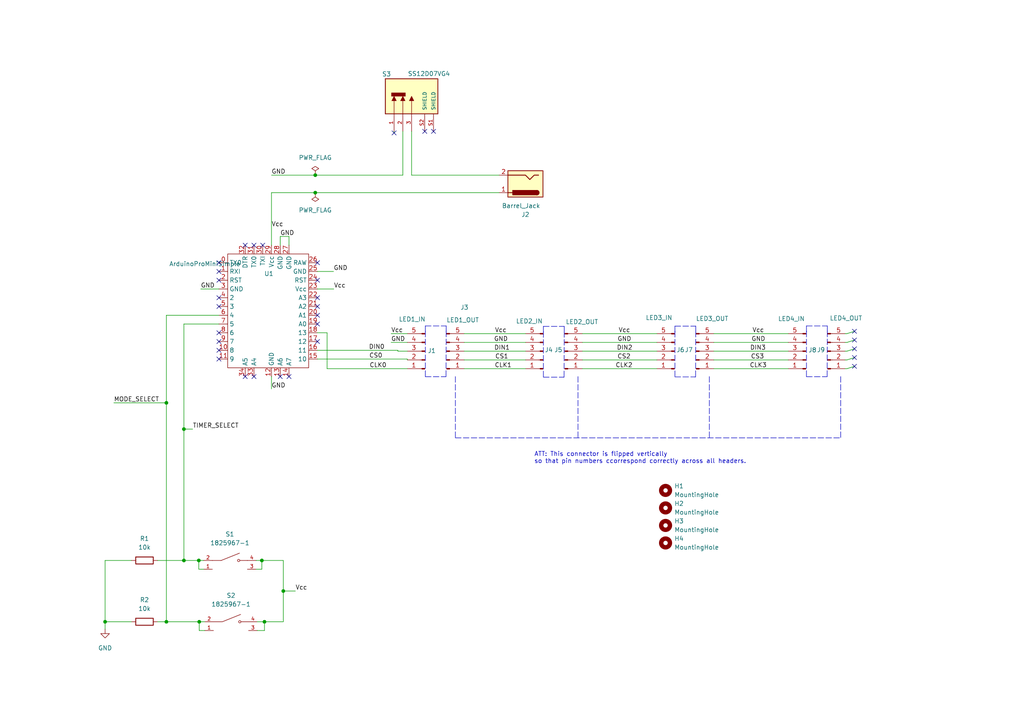
<source format=kicad_sch>
(kicad_sch (version 20211123) (generator eeschema)
  (paper "A4")
  (title_block (title "A 4x8x8 LED Matrix Display Clock") (date "2025-05-16") (rev "${design_version}"))
  (lib_symbols
    (symbol "1825967-1:1825967-1" (pin_names (offset 1.016))
      (property "Reference" "S2" (at 0 7.62 0))
      (property "Value" "1825967-1" (at 0 5.08 0))
      (symbol "1825967-1_0_0"
        (polyline (pts (xy -2.54 0) (xy -5.08 0)) (stroke (width 0.1524)))
        (polyline (pts (xy -2.54 0) (xy 2.794 2.1336)) (stroke (width 0.1524)))
        (polyline (pts (xy 5.08 0) (xy 2.921 0)) (stroke (width 0.1524)))
        (circle (center 2.54 0) (radius 0.3302) (stroke (width 0.1524)))
        (pin passive line (at -7.62 -2.54 0) (length 2.54) (name "~") (number "1"))
        (pin passive line (at -7.62 0 0) (length 2.54) (name "~") (number "2"))
        (pin passive line (at 7.62 -2.54 180) (length 2.54) (name "~") (number "3"))
        (pin passive line (at 7.62 0 180) (length 2.54) (name "~") (number "4"))
      )
    )
    (symbol "1825967-1_1" (pin_names (offset 1.016))
      (property "Reference" "S1" (at -0.635 6.35 0))
      (property "Value" "1825967-1" (at -0.635 3.81 0))
      (symbol "1825967-1_1_0_0"
        (polyline (pts (xy -3.175 -1.27) (xy -5.715 -1.27)) (stroke (width 0.1524)))
        (polyline (pts (xy -3.175 -1.27) (xy 2.159 0.8636)) (stroke (width 0.1524)))
        (polyline (pts (xy 4.445 -1.27) (xy 2.286 -1.27)) (stroke (width 0.1524)))
        (circle (center 1.905 -1.27) (radius 0.3302) (stroke (width 0.1524)))
        (pin passive line (at -8.255 -3.81 0) (length 2.54) (name "~") (number "1"))
        (pin passive line (at -8.255 -1.27 0) (length 2.54) (name "~") (number "2"))
        (pin passive line (at 6.985 -3.81 180) (length 2.54) (name "~") (number "3"))
        (pin passive line (at 6.985 -1.27 180) (length 2.54) (name "~") (number "4"))
      )
    )
    (symbol "Connector:Barrel_Jack" (pin_names (offset 1.016))
      (property "Reference" "J" (at 0 5.334 0))
      (property "Value" "Barrel_Jack" (at 0 -5.08 0))
      (symbol "Barrel_Jack_0_1"
        (rectangle (start -5.08 3.81) (end 5.08 -3.81) (stroke (width 0.254)) (fill (type background)))
        (arc (start -3.302 3.175) (mid -3.937 2.54) (end -3.302 1.905) (stroke (width 0.254)))
        (arc (start -3.302 3.175) (mid -3.937 2.54) (end -3.302 1.905) (stroke (width 0.254)) (fill (type outline)))
        (polyline (pts (xy 5.08 2.54) (xy 3.81 2.54)) (stroke (width 0.254)))
        (polyline (pts (xy -3.81 -2.54) (xy -2.54 -2.54) (xy -1.27 -1.27) (xy 0 -2.54) (xy 2.54 -2.54) (xy 5.08 -2.54)) (stroke (width 0.254)))
        (rectangle (start 3.683 3.175) (end -3.302 1.905) (stroke (width 0.254)) (fill (type outline)))
      )
      (symbol "Barrel_Jack_1_1"
        (pin passive line (at 7.62 2.54 180) (length 2.54) (name "~") (number "1"))
        (pin passive line (at 7.62 -2.54 180) (length 2.54) (name "~") (number "2"))
      )
    )
    (symbol "Connector:Conn_01x05_Male" (pin_names (offset 1.016) hide)
      (property "Reference" "J" (at 0 7.62 0))
      (property "Value" "Conn_01x05_Male" (at 0 -7.62 0))
      (symbol "Conn_01x05_Male_1_1"
        (polyline (pts (xy 1.27 -5.08) (xy 0.8636 -5.08)) (stroke (width 0.1524)))
        (polyline (pts (xy 1.27 -2.54) (xy 0.8636 -2.54)) (stroke (width 0.1524)))
        (polyline (pts (xy 1.27 0) (xy 0.8636 0)) (stroke (width 0.1524)))
        (polyline (pts (xy 1.27 2.54) (xy 0.8636 2.54)) (stroke (width 0.1524)))
        (polyline (pts (xy 1.27 5.08) (xy 0.8636 5.08)) (stroke (width 0.1524)))
        (rectangle (start 0.8636 -4.953) (end 0 -5.207) (stroke (width 0.1524)) (fill (type outline)))
        (rectangle (start 0.8636 -2.413) (end 0 -2.667) (stroke (width 0.1524)) (fill (type outline)))
        (rectangle (start 0.8636 0.127) (end 0 -0.127) (stroke (width 0.1524)) (fill (type outline)))
        (rectangle (start 0.8636 2.667) (end 0 2.413) (stroke (width 0.1524)) (fill (type outline)))
        (rectangle (start 0.8636 5.207) (end 0 4.953) (stroke (width 0.1524)) (fill (type outline)))
        (pin passive line (at 5.08 5.08 180) (length 3.81) (name "Pin_1") (number "1"))
        (pin passive line (at 5.08 2.54 180) (length 3.81) (name "Pin_2") (number "2"))
        (pin passive line (at 5.08 0 180) (length 3.81) (name "Pin_3") (number "3"))
        (pin passive line (at 5.08 -2.54 180) (length 3.81) (name "Pin_4") (number "4"))
        (pin passive line (at 5.08 -5.08 180) (length 3.81) (name "Pin_5") (number "5"))
      )
    )
    (symbol "Device:R" (pin_numbers hide) (pin_names (offset 0))
      (property "Reference" "R" (at 2.032 0 90))
      (property "Value" "R" (at 0 0 90))
      (symbol "R_0_1"
        (rectangle (start -1.016 -2.54) (end 1.016 2.54) (stroke (width 0.254)))
      )
      (symbol "R_1_1"
        (pin passive line (at 0 3.81 270) (length 1.27) (name "~") (number "1"))
        (pin passive line (at 0 -3.81 90) (length 1.27) (name "~") (number "2"))
      )
    )
    (symbol "Mechanical:MountingHole" (pin_names (offset 1.016))
      (property "Reference" "H" (at 0 5.08 0))
      (property "Value" "MountingHole" (at 0 3.175 0))
      (symbol "MountingHole_0_1"
        (circle (center 0 0) (radius 1.27) (stroke (width 1.27)))
      )
    )
    (symbol "New_Library:ArduinoProMiniSimple"
      (property "Reference" "U1" (at 0 -15.875 0))
      (property "Value" "ArduinoProMiniSimple" (at 9.6012 -18.7198 0))
      (symbol "ArduinoProMiniSimple_0_1"
        (rectangle (start -10.16 11.43) (end 13.335 -21.59))
      )
      (symbol "ArduinoProMiniSimple_1_1"
        (pin output line (at 15.875 -19.05 180) (length 2.54) (name "TX0") (number "0"))
        (pin input line (at 15.875 -16.51 180) (length 2.54) (name "RXI") (number "1"))
        (pin bidirectional line (at 15.875 6.35 180) (length 2.54) (name "8") (number "10"))
        (pin bidirectional line (at 15.875 8.89 180) (length 2.54) (name "9") (number "11"))
        (pin power_in line (at 0.635 13.97 270) (length 2.54) (name "GND") (number "12"))
        (pin bidirectional line (at -1.905 13.97 270) (length 2.54) (name "A6") (number "13"))
        (pin bidirectional line (at -4.445 13.97 270) (length 2.54) (name "A7") (number "14"))
        (pin bidirectional line (at -12.7 8.89 0) (length 2.54) (name "10") (number "15"))
        (pin bidirectional line (at -12.7 6.35 0) (length 2.54) (name "11") (number "16"))
        (pin bidirectional line (at -12.7 3.81 0) (length 2.54) (name "12") (number "17"))
        (pin bidirectional line (at -12.7 1.27 0) (length 2.54) (name "13") (number "18"))
        (pin bidirectional line (at -12.7 -1.27 0) (length 2.54) (name "A0") (number "19"))
        (pin passive line (at 15.875 -13.97 180) (length 2.54) (name "RST") (number "2"))
        (pin bidirectional line (at -12.7 -3.81 0) (length 2.54) (name "A1") (number "20"))
        (pin bidirectional line (at -12.7 -6.35 0) (length 2.54) (name "A2") (number "21"))
        (pin bidirectional line (at -12.7 -8.89 0) (length 2.54) (name "A3") (number "22"))
        (pin power_in line (at -12.7 -11.43 0) (length 2.54) (name "Vcc") (number "23"))
        (pin passive line (at -12.7 -13.97 0) (length 2.54) (name "RST") (number "24"))
        (pin power_in line (at -12.7 -16.51 0) (length 2.54) (name "GND") (number "25"))
        (pin input line (at -12.7 -19.05 0) (length 2.54) (name "RAW") (number "26"))
        (pin input line (at -4.445 -24.13 90) (length 2.54) (name "GND") (number "27"))
        (pin power_in line (at -1.905 -24.13 90) (length 2.54) (name "GND") (number "28"))
        (pin power_in line (at 0.635 -24.13 90) (length 2.54) (name "Vcc") (number "29"))
        (pin power_in line (at 15.875 -11.43 180) (length 2.54) (name "GND") (number "3"))
        (pin input line (at 3.175 -24.13 90) (length 2.54) (name "TXI") (number "30"))
        (pin output line (at 5.715 -24.13 90) (length 2.54) (name "TX0") (number "31"))
        (pin passive line (at 8.255 -24.13 90) (length 2.54) (name "DTR") (number "32"))
        (pin bidirectional line (at 5.715 13.97 270) (length 2.54) (name "A4") (number "33"))
        (pin bidirectional line (at 8.255 13.97 270) (length 2.54) (name "A5") (number "34"))
        (pin bidirectional line (at 15.875 -8.89 180) (length 2.54) (name "2") (number "4"))
        (pin bidirectional line (at 15.875 -6.35 180) (length 2.54) (name "3") (number "5"))
        (pin bidirectional line (at 15.875 -3.81 180) (length 2.54) (name "4") (number "6"))
        (pin bidirectional line (at 15.875 -1.27 180) (length 2.54) (name "5") (number "7"))
        (pin bidirectional line (at 15.875 1.27 180) (length 2.54) (name "6") (number "8"))
        (pin bidirectional line (at 15.875 3.81 180) (length 2.54) (name "7") (number "9"))
      )
    )
    (symbol "SS12D07VG4:SS12D07VG4" (pin_names (offset 1.016))
      (property "Reference" "S3" (at 8.89 1.2701 90))
      (property "Value" "SS12D07VG4" (at 8.89 -1.2699 90))
      (symbol "SS12D07VG4_0_0"
        (rectangle (start -5.08 -7.62) (end 5.08 7.62) (stroke (width 0.254)) (fill (type background)))
        (polyline (pts (xy -5.08 0) (xy -1.27 0)) (stroke (width 0.1524)))
        (polyline (pts (xy -5.08 2.54) (xy -1.27 2.54)) (stroke (width 0.1524)))
        (polyline (pts (xy -5.08 5.08) (xy -1.27 5.08)) (stroke (width 0.1524)))
        (polyline (pts (xy -1.27 0.635) (xy -1.27 -0.635) (xy 0 0) (xy -1.27 0.635)) (stroke (width 0.1524)) (fill (type outline)))
        (polyline (pts (xy -1.27 3.175) (xy -1.27 1.905) (xy 0 2.54) (xy -1.27 3.175)) (stroke (width 0.1524)) (fill (type outline)))
        (polyline (pts (xy -1.27 5.715) (xy -1.27 4.445) (xy 0 5.08) (xy -1.27 5.715)) (stroke (width 0.1524)) (fill (type outline)))
        (polyline (pts (xy 0 5.842) (xy 0 1.778) (xy 1.016 1.778) (xy 1.016 5.842) (xy 0 5.842)) (stroke (width 0.0254)) (fill (type outline)))
        (pin passive line (at -10.16 5.08 0) (length 5.08) (name "~") (number "1"))
        (pin passive line (at -10.16 2.54 0) (length 5.08) (name "~") (number "2"))
        (pin passive line (at -10.16 0 0) (length 5.08) (name "~") (number "3"))
        (pin passive line (at -10.16 -6.35 0) (length 5.08) (name "SHIELD") (number "S1"))
        (pin passive line (at -10.16 -3.81 0) (length 5.08) (name "SHIELD") (number "S2"))
      )
    )
    (symbol "power:GND" (power) (pin_names (offset 0))
      (property "Value" "GND" (at 0 -3.81 0))
      (symbol "GND_0_1"
        (polyline (pts (xy 0 0) (xy 0 -1.27) (xy 1.27 -1.27) (xy 0 -2.54) (xy -1.27 -1.27) (xy 0 -1.27)))
      )
      (symbol "GND_1_1"
        (pin power_in line (at 0 0 270) (length 0) hide (name "GND") (number "1"))
      )
    )
    (symbol "power:PWR_FLAG" (power) (pin_numbers hide) (pin_names (offset 0) hide)
      (property "Value" "PWR_FLAG" (at 0 3.81 0))
      (symbol "PWR_FLAG_0_0"
        (pin power_out line (at 0 0 90) (length 0) (name "pwr") (number "1"))
      )
      (symbol "PWR_FLAG_0_1"
        (polyline (pts (xy 0 0) (xy 0 1.27) (xy -1.016 1.905) (xy 0 2.54) (xy 1.016 1.905) (xy 0 1.27)))
      )
    )
  )
  (junction (at 57.658 162.56))
  (junction (at 48.26 116.84))
  (junction (at 82.169 171.4246))
  (junction (at 30.48 180.34))
  (junction (at 53.34 162.56))
  (junction (at 48.26 180.34))
  (junction (at 57.785 180.34))
  (junction (at 76.708 180.34))
  (junction (at 53.34 124.46))
  (junction (at 91.44 55.88))
  (junction (at 75.946 162.56))
  (junction (at 91.44 50.8))
  (no_connect (at 125.73 38.1))
  (no_connect (at 247.8278 101.1682))
  (no_connect (at 92.075 76.2))
  (no_connect (at 92.075 88.9))
  (no_connect (at 92.075 93.98))
  (no_connect (at 92.075 91.44))
  (no_connect (at 247.8278 103.7082))
  (no_connect (at 73.66 71.12))
  (no_connect (at 76.2 71.12))
  (no_connect (at 71.12 71.12))
  (no_connect (at 92.075 81.28))
  (no_connect (at 123.19 38.1))
  (no_connect (at 114.3 38.5572))
  (no_connect (at 247.8278 96.0882))
  (no_connect (at 63.5 76.2))
  (no_connect (at 63.5 78.74))
  (no_connect (at 63.5 81.28))
  (no_connect (at 63.5 86.36))
  (no_connect (at 63.5 88.9))
  (no_connect (at 63.5 96.52))
  (no_connect (at 63.5 99.06))
  (no_connect (at 63.5 101.6))
  (no_connect (at 63.5 104.14))
  (no_connect (at 71.12 109.22))
  (no_connect (at 73.66 109.22))
  (no_connect (at 81.28 109.22))
  (no_connect (at 83.82 109.22))
  (no_connect (at 92.075 99.06))
  (no_connect (at 247.8278 98.6282))
  (no_connect (at 247.8278 106.2482))
  (no_connect (at 92.075 86.36))
  (polyline (pts (xy 157.607 94.6658) (xy 163.6268 94.6658)))
  (wire (pts (xy 76.708 180.34) (xy 82.169 180.34)))
  (wire (pts (xy 48.26 180.34) (xy 48.26 116.84)))
  (polyline (pts (xy 163.576 109.3978) (xy 163.449 109.3978)))
  (wire (pts (xy 59.055 162.56) (xy 57.658 162.56)))
  (wire (pts (xy 33.02 116.84) (xy 48.26 116.84)))
  (wire (pts (xy 96.8248 83.82) (xy 92.075 83.82)))
  (wire (pts (xy 45.72 180.34) (xy 48.26 180.34)))
  (wire (pts (xy 245.6434 99.314) (xy 247.8278 98.6282)))
  (polyline (pts (xy 195.7578 109.3216) (xy 201.7268 109.3216)))
  (wire (pts (xy 75.946 165.1) (xy 75.946 162.56)))
  (wire (pts (xy 116.84 38.1) (xy 116.84 50.8)))
  (wire (pts (xy 207.0354 99.314) (xy 228.6254 99.314)))
  (wire (pts (xy 91.44 50.8) (xy 116.84 50.8)))
  (polyline (pts (xy 132.08 109.22) (xy 132.08 127)))
  (wire (pts (xy 168.9354 104.394) (xy 190.5254 104.394)))
  (wire (pts (xy 74.6252 180.34) (xy 76.708 180.34)))
  (wire (pts (xy 30.48 162.56) (xy 30.48 180.34)))
  (wire (pts (xy 134.6454 106.934) (xy 152.4254 106.934)))
  (wire (pts (xy 75.946 162.56) (xy 82.169 162.56)))
  (wire (pts (xy 59.3852 182.88) (xy 57.785 182.88)))
  (wire (pts (xy 245.1354 96.774) (xy 245.6434 96.774)))
  (wire (pts (xy 207.0354 106.934) (xy 228.6254 106.934)))
  (polyline (pts (xy 195.7578 94.5896) (xy 201.7776 94.5896)))
  (wire (pts (xy 207.0354 104.394) (xy 228.6254 104.394)))
  (polyline (pts (xy 123.3678 109.2708) (xy 129.3368 109.2708)))
  (wire (pts (xy 134.6454 96.774) (xy 152.4254 96.774)))
  (wire (pts (xy 168.9354 106.934) (xy 190.5254 106.934)))
  (wire (pts (xy 30.48 182.499) (xy 30.48 180.34)))
  (wire (pts (xy 38.1 162.56) (xy 30.48 162.56)))
  (wire (pts (xy 48.26 91.44) (xy 63.5 91.44)))
  (wire (pts (xy 144.78 55.88) (xy 91.44 55.88)))
  (wire (pts (xy 113.4364 99.314) (xy 118.1354 99.314)))
  (wire (pts (xy 245.1354 106.934) (xy 245.6434 106.934)))
  (polyline (pts (xy 123.3678 94.5388) (xy 123.3678 96.8502)))
  (wire (pts (xy 245.6434 96.774) (xy 247.8278 96.0882)))
  (wire (pts (xy 115.3922 101.854) (xy 118.1354 101.854)))
  (wire (pts (xy 114.3 38.5572) (xy 114.3 38.1)))
  (polyline (pts (xy 129.413 94.5134) (xy 129.413 96.8248)))
  (polyline (pts (xy 167.64 109.22) (xy 167.64 127)))
  (polyline (pts (xy 123.3678 94.5388) (xy 129.3876 94.5388)))
  (wire (pts (xy 76.708 180.34) (xy 76.708 182.88)))
  (wire (pts (xy 59.055 165.1) (xy 57.658 165.1)))
  (wire (pts (xy 74.6252 182.88) (xy 76.708 182.88)))
  (polyline (pts (xy 195.7578 96.1136) (xy 195.7578 109.3216)))
  (polyline (pts (xy 157.607 94.6658) (xy 157.607 96.9772)))
  (polyline (pts (xy 233.9086 94.5388) (xy 233.9086 96.8502)))
  (wire (pts (xy 81.28 68.58) (xy 81.28 71.12)))
  (wire (pts (xy 115.3922 101.6) (xy 115.3922 101.854)))
  (wire (pts (xy 92.075 104.14) (xy 118.1354 104.14)))
  (wire (pts (xy 57.658 165.1) (xy 57.658 162.56)))
  (wire (pts (xy 78.74 55.88) (xy 78.74 71.12)))
  (wire (pts (xy 94.869 106.934) (xy 118.1354 106.934)))
  (polyline (pts (xy 163.6522 94.6404) (xy 163.6522 96.9518)))
  (wire (pts (xy 85.6742 171.4246) (xy 82.169 171.4246)))
  (wire (pts (xy 91.44 55.88) (xy 78.74 55.88)))
  (wire (pts (xy 119.38 50.8) (xy 119.38 38.1)))
  (wire (pts (xy 134.6454 99.314) (xy 152.4254 99.314)))
  (wire (pts (xy 78.74 50.8) (xy 91.44 50.8)))
  (polyline (pts (xy 201.803 96.0882) (xy 201.7522 109.474)))
  (polyline (pts (xy 129.3368 109.2708) (xy 129.2098 109.2708)))
  (wire (pts (xy 245.1354 101.854) (xy 245.6434 101.854)))
  (wire (pts (xy 168.9354 101.854) (xy 190.5254 101.854)))
  (wire (pts (xy 94.869 96.52) (xy 94.869 106.934)))
  (wire (pts (xy 92.075 101.6) (xy 115.3922 101.6)))
  (wire (pts (xy 83.82 68.58) (xy 83.82 71.12)))
  (wire (pts (xy 92.075 96.52) (xy 94.869 96.52)))
  (wire (pts (xy 207.0354 101.854) (xy 228.6254 101.854)))
  (polyline (pts (xy 233.9086 96.0628) (xy 233.9086 109.2708)))
  (wire (pts (xy 55.88 124.46) (xy 53.34 124.46)))
  (wire (pts (xy 134.6454 104.394) (xy 152.4254 104.394)))
  (wire (pts (xy 134.6454 101.854) (xy 152.4254 101.854)))
  (polyline (pts (xy 201.7268 109.3216) (xy 201.5998 109.3216)))
  (wire (pts (xy 245.6434 106.934) (xy 247.8278 106.2482)))
  (wire (pts (xy 53.34 93.98) (xy 63.5 93.98)))
  (polyline (pts (xy 157.607 109.3978) (xy 163.576 109.3978)))
  (wire (pts (xy 57.785 180.34) (xy 59.3852 180.34)))
  (polyline (pts (xy 195.7578 94.5896) (xy 195.7578 96.901)))
  (polyline (pts (xy 132.08 127) (xy 243.84 127)))
  (wire (pts (xy 82.169 162.56) (xy 82.169 171.4246)))
  (wire (pts (xy 74.295 162.56) (xy 75.946 162.56)))
  (wire (pts (xy 57.785 182.88) (xy 57.785 180.34)))
  (wire (pts (xy 207.0354 96.774) (xy 228.6254 96.774)))
  (wire (pts (xy 245.6434 104.394) (xy 247.8278 103.7082)))
  (polyline (pts (xy 205.74 109.22) (xy 205.74 127)))
  (wire (pts (xy 144.78 50.8) (xy 119.38 50.8)))
  (wire (pts (xy 53.34 124.46) (xy 53.34 162.56)))
  (polyline (pts (xy 129.413 96.0374) (xy 129.3622 109.4232)))
  (wire (pts (xy 92.075 78.74) (xy 96.7486 78.74)))
  (wire (pts (xy 245.1354 104.394) (xy 245.6434 104.394)))
  (wire (pts (xy 53.34 93.98) (xy 53.34 124.46)))
  (wire (pts (xy 113.4364 96.774) (xy 118.1354 96.774)))
  (wire (pts (xy 74.295 165.1) (xy 75.946 165.1)))
  (wire (pts (xy 48.26 180.34) (xy 57.785 180.34)))
  (polyline (pts (xy 123.3678 96.0628) (xy 123.3678 109.2708)))
  (wire (pts (xy 53.34 162.56) (xy 57.658 162.56)))
  (polyline (pts (xy 243.84 109.22) (xy 243.84 127)))
  (polyline (pts (xy 157.607 96.1898) (xy 157.607 109.3978)))
  (wire (pts (xy 45.72 162.56) (xy 53.34 162.56)))
  (polyline (pts (xy 239.8776 109.2708) (xy 239.7506 109.2708)))
  (wire (pts (xy 30.48 180.34) (xy 38.1 180.34)))
  (wire (pts (xy 168.9354 96.774) (xy 190.5254 96.774)))
  (wire (pts (xy 78.74 112.8014) (xy 78.74 109.22)))
  (polyline (pts (xy 233.9086 94.5388) (xy 239.9284 94.5388)))
  (wire (pts (xy 58.2168 83.82) (xy 63.5 83.82)))
  (wire (pts (xy 83.82 68.58) (xy 81.28 68.58)))
  (wire (pts (xy 118.1354 104.14) (xy 118.1354 104.394)))
  (polyline (pts (xy 163.6522 96.1644) (xy 163.6014 109.5502)))
  (wire (pts (xy 245.6434 101.854) (xy 247.8278 101.1682)))
  (polyline (pts (xy 233.9086 109.2708) (xy 239.8776 109.2708)))
  (wire (pts (xy 48.26 116.84) (xy 48.26 91.44)))
  (wire (pts (xy 82.169 171.4246) (xy 82.169 180.34)))
  (polyline (pts (xy 201.803 94.5642) (xy 201.803 96.8756)))
  (polyline (pts (xy 239.9538 94.5134) (xy 239.9538 96.8248)))
  (wire (pts (xy 245.1354 99.314) (xy 245.6434 99.314)))
  (polyline (pts (xy 239.9538 96.0374) (xy 239.903 109.4232)))
  (wire (pts (xy 168.9354 99.314) (xy 190.5254 99.314)))
  (text "ATT: This connector is flipped vertically \nso that pin numbers ccorrespond correctly across all headers." (at 154.94 134.62 0) (effects (font (size 1.27 1.27)) (justify left bottom)))
  (label "MODE_SELECT" (at 33.02 116.84 0))
  (label "CLK3" (at 217.424 106.934 0))
  (label "Vcc" (at 78.74 66.04 0))
  (label "Vcc" (at 85.6742 171.4246 0))
  (label "CS0" (at 107.061 104.14 0))
  (label "GND" (at 143.256 99.314 0))
  (label "Vcc" (at 218.186 96.774 0))
  (label "GND" (at 58.2168 83.82 0))
  (label "DIN0" (at 106.9594 101.6 0))
  (label "CS3" (at 217.7542 104.394 0))
  (label "CLK0" (at 107.1626 106.934 0))
  (label "CS1" (at 143.5862 104.394 0))
  (label "Vcc" (at 143.51 96.774 0))
  (label "GND" (at 81.28 68.58 0))
  (label "CLK2" (at 178.5112 106.934 0))
  (label "GND" (at 179.07 99.314 0))
  (label "DIN2" (at 178.8668 101.854 0))
  (label "GND" (at 78.74 112.8014 0))
  (label "TIMER_SELECT" (at 55.88 124.46 0))
  (label "Vcc" (at 113.4364 96.774 0))
  (label "Vcc" (at 179.3748 96.774 0))
  (label "GND" (at 217.932 99.314 0))
  (label "GND" (at 78.74 50.8 0))
  (label "DIN1" (at 143.3068 101.854 0))
  (label "Vcc" (at 96.8248 83.82 0))
  (label "GND" (at 113.4364 99.314 0))
  (label "GND" (at 96.7486 78.74 0))
  (label "CS2" (at 179.0446 104.394 0))
  (label "CLK1" (at 143.4592 106.934 0))
  (label "DIN3" (at 217.5256 101.854 0))
  (symbol (lib_id "power:PWR_FLAG") (at 91.44 55.88 180) (unit 1)
    (property "Reference" "#FLG02" (effects hide))
    (property "Value" "PWR_FLAG" (at 91.44 60.96 0))
  )
  (symbol (lib_name "1825967-1_1") (lib_id "1825967-1:1825967-1") (at 67.31 161.29 0) (unit 1)
    (property "Reference" "S1" (at 66.675 154.94 0))
    (property "Value" "1825967-1" (at 66.675 157.48 0))
    (property "Footprint" "ArduinoMini:SW_1825967-1" (effects hide))
    (property "Comment" "1825967-1" (effects hide))
    (property "MF" "TE Connectivity" (effects hide))
    (property "MAXIMUM_PACKAGE_HEIGHT" "7.4" (effects hide))
    (property "Package" "None" (effects hide))
    (property "Price" "None" (effects hide))
    (property "Check_prices" "https://www.snapeda.com/parts/1825967-1/TE+Connectivity+%252F+DEUTSCH/view-part/?ref=eda" (effects hide))
    (property "STANDARD" "Manufacturer Recommendations" (effects hide))
    (property "PARTREV" "E" (effects hide))
    (property "SnapEDA_Link" "https://www.snapeda.com/parts/1825967-1/TE+Connectivity+%252F+DEUTSCH/view-part/?ref=snap" (effects hide))
    (property "MP" "1825967-1" (effects hide))
    (property "Description" "\n                        \n                            Switch Tactile OFF (ON) SPST Round Button PC Pins 0.05A 24VDC 1.57N Thru-Hole\n                        \n" (effects hide))
    (property "Availability" "In Stock" (effects hide))
    (property "MANUFACTURER" "TE" (effects hide))
  )
  (symbol (lib_id "Mechanical:MountingHole") (at 193.04 147.32 0) (unit 1)
    (property "Reference" "H2" (at 195.58 146.0499 0) (effects (justify left)))
    (property "Value" "MountingHole" (at 195.58 148.5899 0) (effects (justify left)))
    (property "Footprint" "MountingHole:MountingHole_2.5mm" (effects hide))
  )
  (symbol (lib_id "SS12D07VG4:SS12D07VG4") (at 119.38 27.94 90) (unit 1)
    (property "Reference" "S3" (at 110.7948 21.4884 90) (effects (justify right)))
    (property "Value" "SS12D07VG4" (at 118.2624 21.3868 90) (effects (justify right)))
    (property "Footprint" "ArduinoMini:SW_SS12D07VG4" (effects hide))
    (property "MF" "Shouhan" (effects hide))
    (property "MAXIMUM_PACKAGE_HEIGHT" "8.7mm" (effects hide))
    (property "Package" "Package" (effects hide))
    (property "Price" "None" (effects hide))
    (property "Check_prices" "https://www.snapeda.com/parts/SS12D07VG4/Shouhan/view-part/?ref=eda" (effects hide))
    (property "STANDARD" "Manufacturer Recommendations" (effects hide))
    (property "PARTREV" "1" (effects hide))
    (property "SnapEDA_Link" "https://www.snapeda.com/parts/SS12D07VG4/Shouhan/view-part/?ref=snap" (effects hide))
    (property "MP" "SS12D07VG4" (effects hide))
    (property "Description" "\n                        \n                            Switch Slide ON ON SPDT Top Slide 0.3A 30VDC PC Pins Bracket Mount/Through Hole Automotive Bulk\n                        \n" (effects hide))
    (property "Availability" "Not in stock" (effects hide))
    (property "MANUFACTURER" "Shouhan" (effects hide))
  )
  (symbol (lib_id "Device:R") (at 41.91 180.34 90) (unit 1)
    (property "Reference" "R2" (at 41.91 173.99 90))
    (property "Value" "10k" (at 41.91 176.53 90))
    (property "Footprint" "Resistor_THT:R_Axial_DIN0204_L3.6mm_D1.6mm_P7.62mm_Horizontal" (effects hide))
  )
  (symbol (lib_id "Connector:Conn_01x05_Male") (at 233.7054 101.854 180) (unit 1)
    (property "Reference" "J8" (at 234.4674 101.5238 0) (effects (justify right)))
    (property "Value" "LED4_IN" (at 225.6536 92.456 0) (effects (justify right)))
    (property "Footprint" "Connector_PinHeader_2.54mm:PinHeader_1x05_P2.54mm_Vertical" (effects hide))
  )
  (symbol (lib_id "New_Library:ArduinoProMiniSimple") (at 79.375 95.25 180) (unit 1)
    (property "Reference" "U1" (at 79.375 79.375 0) (effects (justify left)))
    (property "Value" "ArduinoProMiniSimple" (at 69.7738 76.5302 0) (effects (justify left)))
    (property "Footprint" "ArduinoMini:ArduinoProMiniCustom" (effects hide))
  )
  (symbol (lib_id "Connector:Conn_01x05_Male") (at 163.8554 101.854 0) (mirror x) (unit 1)
    (property "Reference" "J5" (at 163.1442 101.473 0) (effects (justify right)))
    (property "Value" "LED2_OUT" (at 173.5328 93.345 0) (effects (justify right)))
    (property "Footprint" "Connector_PinHeader_2.54mm:PinHeader_1x05_P2.54mm_Vertical" (effects hide))
  )
  (symbol (lib_id "Mechanical:MountingHole") (at 193.04 157.48 0) (unit 1)
    (property "Reference" "H4" (at 195.58 156.2099 0) (effects (justify left)))
    (property "Value" "MountingHole" (at 195.58 158.7499 0) (effects (justify left)))
    (property "Footprint" "MountingHole:MountingHole_2.5mm" (effects hide))
  )
  (symbol (lib_id "Connector:Conn_01x05_Male") (at 157.5054 101.854 180) (unit 1)
    (property "Reference" "J4" (at 157.988 101.473 0) (effects (justify right)))
    (property "Value" "LED2_IN" (at 149.6314 93.1418 0) (effects (justify right)))
    (property "Footprint" "Connector_PinHeader_2.54mm:PinHeader_1x05_P2.54mm_Vertical" (effects hide))
  )
  (symbol (lib_id "power:GND") (at 30.48 182.499 0) (unit 1)
    (property "Reference" "#PWR01" (effects hide))
    (property "Value" "GND" (at 30.48 187.96 0))
  )
  (symbol (lib_id "Connector:Conn_01x05_Male") (at 129.5654 101.854 0) (mirror x) (unit 1)
    (property "Reference" "J3" (at 135.9154 89.154 0) (effects (justify right)))
    (property "Value" "LED1_OUT" (at 138.9634 92.8116 0) (effects (justify right)))
    (property "Footprint" "Connector_PinHeader_2.54mm:PinHeader_1x05_P2.54mm_Vertical" (effects hide))
  )
  (symbol (lib_id "Device:R") (at 41.91 162.56 90) (unit 1)
    (property "Reference" "R1" (at 41.91 156.21 90))
    (property "Value" "10k" (at 41.91 158.75 90))
    (property "Footprint" "Resistor_THT:R_Axial_DIN0204_L3.6mm_D1.6mm_P7.62mm_Horizontal" (effects hide))
  )
  (symbol (lib_id "Mechanical:MountingHole") (at 193.04 152.4 0) (unit 1)
    (property "Reference" "H3" (at 195.58 151.1299 0) (effects (justify left)))
    (property "Value" "MountingHole" (at 195.58 153.6699 0) (effects (justify left)))
    (property "Footprint" "MountingHole:MountingHole_2.5mm" (effects hide))
  )
  (symbol (lib_id "Connector:Conn_01x05_Male") (at 240.0554 101.854 0) (mirror x) (unit 1)
    (property "Reference" "J9" (at 239.3188 101.473 0) (effects (justify right)))
    (property "Value" "LED4_OUT" (at 250.1138 92.2782 0) (effects (justify right)))
    (property "Footprint" "Connector_PinHeader_2.54mm:PinHeader_1x05_P2.54mm_Vertical" (effects hide))
  )
  (symbol (lib_id "1825967-1:1825967-1") (at 67.0052 180.34 0) (unit 1)
    (property "Reference" "S2" (at 67.0052 172.72 0))
    (property "Value" "1825967-1" (at 67.0052 175.26 0))
    (property "Footprint" "ArduinoMini:SW_1825967-1" (effects hide))
    (property "Comment" "1825967-1" (effects hide))
    (property "MF" "TE Connectivity" (effects hide))
    (property "MAXIMUM_PACKAGE_HEIGHT" "7.4" (effects hide))
    (property "Package" "None" (effects hide))
    (property "Price" "None" (effects hide))
    (property "Check_prices" "https://www.snapeda.com/parts/1825967-1/TE+Connectivity+%252F+DEUTSCH/view-part/?ref=eda" (effects hide))
    (property "STANDARD" "Manufacturer Recommendations" (effects hide))
    (property "PARTREV" "E" (effects hide))
    (property "SnapEDA_Link" "https://www.snapeda.com/parts/1825967-1/TE+Connectivity+%252F+DEUTSCH/view-part/?ref=snap" (effects hide))
    (property "MP" "1825967-1" (effects hide))
    (property "Description" "\n                        \n                            Switch Tactile OFF (ON) SPST Round Button PC Pins 0.05A 24VDC 1.57N Thru-Hole\n                        \n" (effects hide))
    (property "Availability" "In Stock" (effects hide))
    (property "MANUFACTURER" "TE" (effects hide))
  )
  (symbol (lib_id "Connector:Conn_01x05_Male") (at 123.2154 101.854 180) (unit 1)
    (property "Reference" "J1" (at 124.0282 101.727 0) (effects (justify right)))
    (property "Value" "LED1_IN" (at 115.6462 92.583 0) (effects (justify right)))
    (property "Footprint" "Connector_PinHeader_2.54mm:PinHeader_1x05_P2.54mm_Vertical" (effects hide))
  )
  (symbol (lib_id "Connector:Barrel_Jack") (at 152.4 53.34 180) (unit 1)
    (property "Reference" "J2" (at 152.4 62.23 0))
    (property "Value" "Barrel_Jack" (at 151.13 59.69 0))
    (property "Footprint" "Connector_BarrelJack:BarrelJack_Horizontal" (effects hide))
  )
  (symbol (lib_id "Connector:Conn_01x05_Male") (at 195.6054 101.854 180) (unit 1)
    (property "Reference" "J6" (at 196.1896 101.473 0) (effects (justify right)))
    (property "Value" "LED3_IN" (at 187.2488 92.1512 0) (effects (justify right)))
    (property "Footprint" "Connector_PinHeader_2.54mm:PinHeader_1x05_P2.54mm_Vertical" (effects hide))
  )
  (symbol (lib_id "Connector:Conn_01x05_Male") (at 201.9554 101.854 0) (mirror x) (unit 1)
    (property "Reference" "J7" (at 200.9902 101.473 0) (effects (justify right)))
    (property "Value" "LED3_OUT" (at 211.3026 92.4052 0) (effects (justify right)))
    (property "Footprint" "Connector_PinHeader_2.54mm:PinHeader_1x05_P2.54mm_Vertical" (effects hide))
  )
  (symbol (lib_id "power:PWR_FLAG") (at 91.44 50.8 0) (unit 1)
    (property "Reference" "#FLG01" (effects hide))
    (property "Value" "PWR_FLAG" (at 91.44 45.72 0))
  )
  (symbol (lib_id "Mechanical:MountingHole") (at 193.04 142.24 0) (unit 1)
    (property "Reference" "H1" (at 195.58 140.9699 0) (effects (justify left)))
    (property "Value" "MountingHole" (at 195.58 143.5099 0) (effects (justify left)))
    (property "Footprint" "MountingHole:MountingHole_2.5mm" (effects hide))
  )
)
</source>
